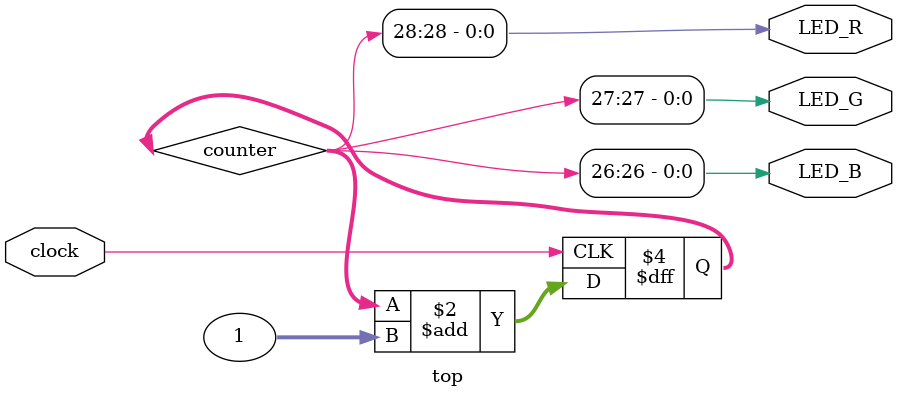
<source format=sv>
/* Blink the RGB LED */

module top (
    input  logic clock,
    output logic LED_R,
    output logic LED_G,
    output logic LED_B
);

    // Counter register with initialization
    logic [31:0] counter = '0;

    // Sequential logic: increment counter on each clock edge
    always_ff @(posedge clock) begin
        counter <= counter + 1;
    end

    // Drive outputs from counter bits
    // You can assign individually or as a group
    assign LED_R = counter[28];
    assign LED_G = counter[27];
    assign LED_B = counter[26];

endmodule

</source>
